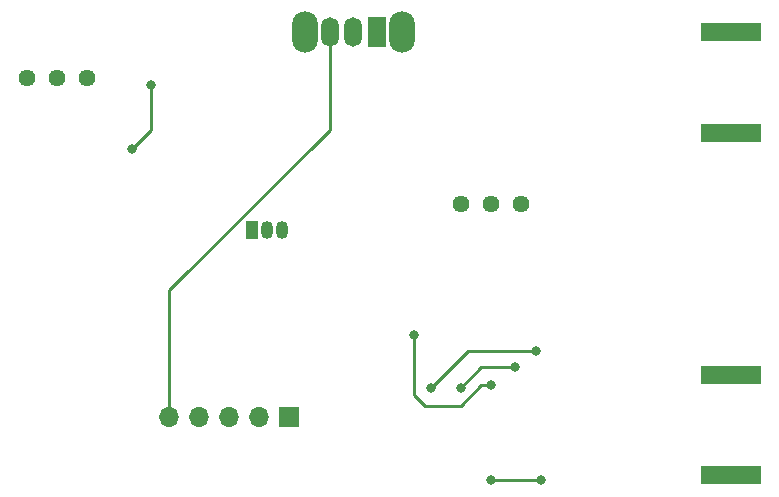
<source format=gbr>
%TF.GenerationSoftware,KiCad,Pcbnew,(6.0.7)*%
%TF.CreationDate,2022-08-18T15:59:35-04:00*%
%TF.ProjectId,RadarProject,52616461-7250-4726-9f6a-6563742e6b69,rev?*%
%TF.SameCoordinates,Original*%
%TF.FileFunction,Copper,L4,Bot*%
%TF.FilePolarity,Positive*%
%FSLAX46Y46*%
G04 Gerber Fmt 4.6, Leading zero omitted, Abs format (unit mm)*
G04 Created by KiCad (PCBNEW (6.0.7)) date 2022-08-18 15:59:35*
%MOMM*%
%LPD*%
G01*
G04 APERTURE LIST*
%TA.AperFunction,ComponentPad*%
%ADD10R,1.700000X1.700000*%
%TD*%
%TA.AperFunction,ComponentPad*%
%ADD11O,1.700000X1.700000*%
%TD*%
%TA.AperFunction,ComponentPad*%
%ADD12O,2.200000X3.500000*%
%TD*%
%TA.AperFunction,ComponentPad*%
%ADD13R,1.500000X2.500000*%
%TD*%
%TA.AperFunction,ComponentPad*%
%ADD14O,1.500000X2.500000*%
%TD*%
%TA.AperFunction,ComponentPad*%
%ADD15C,1.440000*%
%TD*%
%TA.AperFunction,SMDPad,CuDef*%
%ADD16R,5.080000X1.500000*%
%TD*%
%TA.AperFunction,ComponentPad*%
%ADD17R,1.050000X1.500000*%
%TD*%
%TA.AperFunction,ComponentPad*%
%ADD18O,1.050000X1.500000*%
%TD*%
%TA.AperFunction,ViaPad*%
%ADD19C,0.800000*%
%TD*%
%TA.AperFunction,Conductor*%
%ADD20C,0.250000*%
%TD*%
G04 APERTURE END LIST*
D10*
%TO.P,J3,1,Pin_1*%
%TO.N,Earth*%
X64570000Y-58320000D03*
D11*
%TO.P,J3,2,Pin_2*%
%TO.N,unconnected-(J3-Pad2)*%
X62030000Y-58320000D03*
%TO.P,J3,3,Pin_3*%
%TO.N,Net-(R26-Pad2)*%
X59490000Y-58320000D03*
%TO.P,J3,4,Pin_4*%
%TO.N,+5V*%
X56950000Y-58320000D03*
%TO.P,J3,5,Pin_5*%
%TO.N,Net-(SW1-Pad3)*%
X54410000Y-58320000D03*
%TD*%
D12*
%TO.P,SW1,*%
%TO.N,*%
X65930000Y-25710000D03*
X74130000Y-25710000D03*
D13*
%TO.P,SW1,1,A*%
%TO.N,Earth*%
X72030000Y-25710000D03*
D14*
%TO.P,SW1,2,B*%
%TO.N,Net-(SW1-Pad2)*%
X70030000Y-25710000D03*
%TO.P,SW1,3,C*%
%TO.N,Net-(SW1-Pad3)*%
X68030000Y-25710000D03*
%TD*%
D15*
%TO.P,RV1,1,1*%
%TO.N,+5V*%
X47480000Y-29587500D03*
%TO.P,RV1,2,2*%
%TO.N,Net-(R8-Pad1)*%
X44940000Y-29587500D03*
%TO.P,RV1,3,3*%
%TO.N,Earth*%
X42400000Y-29587500D03*
%TD*%
D16*
%TO.P,J2,2,Ext*%
%TO.N,Net-(AE2-Pad1)*%
X102000000Y-54750000D03*
X102000000Y-63250000D03*
%TD*%
%TO.P,J1,2,Ext*%
%TO.N,Net-(AE1-Pad1)*%
X102000000Y-34250000D03*
X102000000Y-25750000D03*
%TD*%
D17*
%TO.P,Q1,1,S*%
%TO.N,Earth*%
X61450000Y-42480000D03*
D18*
%TO.P,Q1,2,G*%
%TO.N,Net-(Q1-Pad2)*%
X62720000Y-42480000D03*
%TO.P,Q1,3,D*%
%TO.N,Net-(Q1-Pad3)*%
X63990000Y-42480000D03*
%TD*%
D15*
%TO.P,RV2,3,3*%
%TO.N,Net-(R12-Pad1)*%
X84190000Y-40247500D03*
%TO.P,RV2,2,2*%
X81650000Y-40247500D03*
%TO.P,RV2,1,1*%
%TO.N,Net-(R6-Pad2)*%
X79110000Y-40247500D03*
%TD*%
D19*
%TO.N,Net-(C10-Pad1)*%
X76570000Y-55847500D03*
X85530000Y-52687500D03*
%TO.N,Net-(C11-Pad2)*%
X52917500Y-30208750D03*
X51290000Y-35631250D03*
%TO.N,Net-(C12-Pad1)*%
X79110000Y-55837500D03*
X83710000Y-54097500D03*
%TO.N,Net-(C14-Pad1)*%
X75180000Y-51397500D03*
X81650000Y-55597500D03*
%TO.N,Net-(R24-Pad2)*%
X85950000Y-63677500D03*
X81680000Y-63667500D03*
%TD*%
D20*
%TO.N,Net-(SW1-Pad3)*%
X54410000Y-58320000D02*
X54410000Y-47595000D01*
X54410000Y-47595000D02*
X68030000Y-33975000D01*
X68030000Y-33975000D02*
X68030000Y-25710000D01*
%TO.N,Net-(C10-Pad1)*%
X85530000Y-52687500D02*
X79700000Y-52687500D01*
X79700000Y-52687500D02*
X76570000Y-55817500D01*
%TO.N,Net-(C11-Pad2)*%
X52917500Y-34003750D02*
X51290000Y-35631250D01*
X52917500Y-30208750D02*
X52917500Y-34003750D01*
%TO.N,Net-(C12-Pad1)*%
X83710000Y-54097500D02*
X80850000Y-54097500D01*
X80850000Y-54097500D02*
X79110000Y-55837500D01*
%TO.N,Net-(C14-Pad1)*%
X80850000Y-55597500D02*
X81650000Y-55597500D01*
X75180000Y-56407500D02*
X76110000Y-57337500D01*
X79110000Y-57337500D02*
X80850000Y-55597500D01*
X76110000Y-57337500D02*
X79110000Y-57337500D01*
X75180000Y-51397500D02*
X75180000Y-56407500D01*
%TO.N,Net-(R24-Pad2)*%
X81680000Y-63667500D02*
X85950000Y-63667500D01*
%TD*%
M02*

</source>
